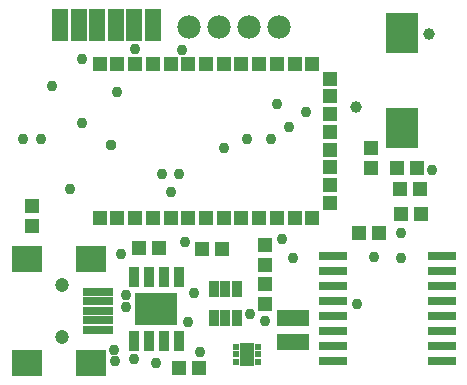
<source format=gbr>
G04 EAGLE Gerber RS-274X export*
G75*
%MOMM*%
%FSLAX34Y34*%
%LPD*%
%INSoldermask Bottom*%
%IPPOS*%
%AMOC8*
5,1,8,0,0,1.08239X$1,22.5*%
G01*
%ADD10R,1.473200X2.743200*%
%ADD11R,2.743200X1.473200*%
%ADD12R,1.303200X1.203200*%
%ADD13R,2.603200X2.203200*%
%ADD14R,2.511200X0.703200*%
%ADD15C,1.203200*%
%ADD16C,1.981200*%
%ADD17R,2.403200X0.803200*%
%ADD18R,1.203200X1.203200*%
%ADD19R,0.853200X1.403200*%
%ADD20R,0.903200X1.728200*%
%ADD21R,3.605200X2.716200*%
%ADD22R,2.703200X3.403200*%
%ADD23C,1.003200*%
%ADD24R,1.203200X1.003200*%
%ADD25R,0.623200X0.623200*%
%ADD26R,1.203200X1.303200*%
%ADD27C,0.919600*%
%ADD28C,0.959600*%


D10*
X51800Y306600D03*
X129800Y306600D03*
X114200Y306600D03*
X98600Y306600D03*
X83000Y306600D03*
X67400Y306600D03*
D11*
X249100Y58800D03*
X248400Y38100D03*
D12*
X135000Y117700D03*
X118000Y117700D03*
X188800Y116500D03*
X171800Y116500D03*
X169400Y16500D03*
X152400Y16500D03*
D13*
X78100Y20500D03*
D14*
X83740Y48500D03*
X83740Y56500D03*
X83740Y64500D03*
X83740Y72500D03*
X83740Y80500D03*
D13*
X23100Y20500D03*
X78100Y108500D03*
X23100Y108500D03*
D15*
X53100Y42500D03*
X53100Y86500D03*
D16*
X236600Y304600D03*
X211200Y304600D03*
X185800Y304600D03*
X160400Y304600D03*
D17*
X375000Y98050D03*
X283000Y72650D03*
X375000Y110750D03*
X375000Y85350D03*
X375000Y72650D03*
X283000Y85350D03*
X283000Y59950D03*
X283000Y47250D03*
X375000Y47250D03*
X283000Y21850D03*
X375000Y59950D03*
X375000Y34550D03*
X283000Y34550D03*
X375000Y21850D03*
X283000Y98050D03*
X283000Y110750D03*
D18*
X85100Y273500D03*
X100100Y273500D03*
X115100Y273500D03*
X130100Y273500D03*
X145100Y273500D03*
X160100Y273500D03*
X175100Y273500D03*
X190100Y273500D03*
X205100Y273500D03*
X220100Y273500D03*
X235100Y273500D03*
X250100Y273500D03*
X265100Y273500D03*
X280100Y261000D03*
X280100Y246000D03*
X280100Y231000D03*
X280100Y216000D03*
X280100Y201000D03*
X280100Y186000D03*
X280100Y171000D03*
X280100Y156000D03*
X265100Y143500D03*
X250100Y143500D03*
X235100Y143500D03*
X220100Y143500D03*
X205100Y143500D03*
X190100Y143500D03*
X175100Y143500D03*
X160100Y143500D03*
X145100Y143500D03*
X130100Y143500D03*
X115100Y143500D03*
X100100Y143500D03*
X85100Y143500D03*
D19*
X201000Y58100D03*
X191500Y58100D03*
X182000Y58100D03*
X182000Y83100D03*
X191500Y83100D03*
X201000Y83100D03*
D20*
X113750Y93020D03*
X126450Y93020D03*
X139150Y93020D03*
X151850Y93020D03*
X151850Y38780D03*
X139150Y38780D03*
X126450Y38780D03*
X113750Y38780D03*
D21*
X132800Y65900D03*
D22*
X341300Y299500D03*
X341300Y219500D03*
D23*
X363800Y298500D03*
X302300Y237000D03*
D24*
X209900Y22600D03*
X209900Y32600D03*
D25*
X219050Y21100D03*
X219050Y27600D03*
X219050Y34100D03*
X200750Y34100D03*
X200750Y27600D03*
X200750Y21100D03*
D26*
X314600Y185600D03*
X314600Y202600D03*
X224800Y87400D03*
X224800Y70400D03*
X27700Y136000D03*
X27700Y153000D03*
X224800Y120100D03*
X224800Y103100D03*
D12*
X357100Y146600D03*
X340100Y146600D03*
X304800Y130400D03*
X321800Y130400D03*
X339200Y167900D03*
X356200Y167900D03*
X336600Y185400D03*
X353600Y185400D03*
D27*
X249000Y109000D03*
X225000Y56000D03*
X317000Y110000D03*
X302500Y70500D03*
X190000Y202500D03*
X210000Y210000D03*
X45000Y255000D03*
X115000Y286000D03*
X152500Y180000D03*
X260000Y232500D03*
X137500Y180000D03*
X230000Y210000D03*
X145500Y165500D03*
X245000Y220000D03*
X157500Y122500D03*
X165000Y80000D03*
X235000Y240000D03*
X212000Y61500D03*
X103000Y112500D03*
X70500Y223500D03*
X340000Y130000D03*
X60000Y167500D03*
X70000Y277500D03*
X239000Y125000D03*
X366000Y184000D03*
X98000Y22000D03*
X160000Y55000D03*
X340000Y109000D03*
X107500Y77500D03*
X107500Y67500D03*
X155000Y285000D03*
X100000Y250000D03*
X132500Y20500D03*
X114500Y24000D03*
X97500Y31500D03*
X170000Y30000D03*
D28*
X95000Y205000D03*
D27*
X35000Y210000D03*
X20000Y210000D03*
M02*

</source>
